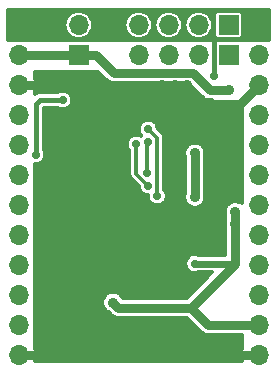
<source format=gbr>
%TF.GenerationSoftware,KiCad,Pcbnew,(5.0.2)-1*%
%TF.CreationDate,2019-02-28T15:11:48+01:00*%
%TF.ProjectId,STM32nano,53544d33-326e-4616-9e6f-2e6b69636164,rev?*%
%TF.SameCoordinates,Original*%
%TF.FileFunction,Copper,L2,Bot*%
%TF.FilePolarity,Positive*%
%FSLAX46Y46*%
G04 Gerber Fmt 4.6, Leading zero omitted, Abs format (unit mm)*
G04 Created by KiCad (PCBNEW (5.0.2)-1) date 28/02/2019 15:11:48*
%MOMM*%
%LPD*%
G01*
G04 APERTURE LIST*
%ADD10O,1.700000X1.700000*%
%ADD11R,1.700000X1.700000*%
%ADD12C,0.900000*%
%ADD13C,0.700000*%
%ADD14C,0.800000*%
%ADD15C,0.600000*%
%ADD16C,0.400000*%
%ADD17C,0.300000*%
G04 APERTURE END LIST*
D10*
X124460000Y-114300000D03*
X124460000Y-111760000D03*
X124460000Y-109220000D03*
X124460000Y-106680000D03*
X124460000Y-104140000D03*
X124460000Y-101600000D03*
X124460000Y-99060000D03*
X124460000Y-96520000D03*
X124460000Y-93980000D03*
X124460000Y-91440000D03*
X124460000Y-88900000D03*
D11*
X124460000Y-86360000D03*
X144780000Y-86360000D03*
D10*
X144780000Y-88900000D03*
X144780000Y-91440000D03*
X144780000Y-93980000D03*
X144780000Y-96520000D03*
X144780000Y-99060000D03*
X144780000Y-101600000D03*
X144780000Y-104140000D03*
X144780000Y-106680000D03*
X144780000Y-109220000D03*
X144780000Y-111760000D03*
X144780000Y-114300000D03*
X134620000Y-88900000D03*
X137160000Y-88900000D03*
X139700000Y-88900000D03*
D11*
X142240000Y-88900000D03*
X142240000Y-86360000D03*
D10*
X139700000Y-86360000D03*
X137160000Y-86360000D03*
X134620000Y-86360000D03*
D11*
X129540000Y-88900000D03*
D10*
X129540000Y-86360000D03*
D12*
X141097000Y-94170500D03*
X142303500Y-94170500D03*
X131960387Y-102162855D03*
X135128000Y-101981000D03*
D13*
X131572000Y-92710000D03*
X132715000Y-94551500D03*
X128905000Y-94551500D03*
X128079500Y-93916500D03*
X127063500Y-106045000D03*
X126873000Y-107950000D03*
X134556500Y-106045000D03*
X138366500Y-108585000D03*
X134683500Y-107188000D03*
X134683500Y-108457996D03*
D12*
X136588500Y-91474010D03*
X138684000Y-91474010D03*
X137668000Y-91474010D03*
X142240000Y-91884500D03*
X142811500Y-102171500D03*
X132461000Y-109855000D03*
D13*
X139382500Y-106553000D03*
D12*
X139382502Y-97218500D03*
X139382500Y-100909044D03*
X142811500Y-103187500D03*
D13*
X128206500Y-92710000D03*
X125920500Y-97345524D03*
X141006756Y-90641238D03*
X135445500Y-95186500D03*
X136207500Y-100838000D03*
X134429500Y-96456500D03*
X135445500Y-99975000D03*
X135364664Y-98904200D03*
X135382000Y-96266004D03*
D14*
X124460000Y-91440000D02*
X127000000Y-91440000D01*
X144780000Y-91440000D02*
X142875000Y-93345000D01*
X124460000Y-114300000D02*
X127635000Y-114300000D01*
X144780000Y-114300000D02*
X142875000Y-114300000D01*
X124460000Y-88900000D02*
X129540000Y-88900000D01*
D15*
X139382500Y-106553000D02*
X142811500Y-106553000D01*
D14*
X142811500Y-102171500D02*
X142811500Y-106553000D01*
X132910999Y-110304999D02*
X132461000Y-109855000D01*
X142811500Y-106553000D02*
X139059501Y-110304999D01*
X139059501Y-110304999D02*
X132910999Y-110304999D01*
X139382500Y-97218502D02*
X139382502Y-97218500D01*
X139382500Y-100909044D02*
X139382500Y-97218502D01*
X140652500Y-91884500D02*
X142240000Y-91884500D01*
X139192000Y-90424000D02*
X140652500Y-91884500D01*
X132514000Y-90424000D02*
X139192000Y-90424000D01*
X129540000Y-88900000D02*
X130990000Y-88900000D01*
X130990000Y-88900000D02*
X132514000Y-90424000D01*
X140514502Y-111760000D02*
X139059501Y-110304999D01*
X144780000Y-111760000D02*
X140514502Y-111760000D01*
D16*
X125920500Y-96850550D02*
X125920500Y-97345524D01*
X125920500Y-93027500D02*
X125920500Y-96850550D01*
X128206500Y-92710000D02*
X126238000Y-92710000D01*
X126238000Y-92710000D02*
X125920500Y-93027500D01*
X141006756Y-90146264D02*
X141006756Y-90641238D01*
X140970002Y-87693502D02*
X140970002Y-90109510D01*
X140970002Y-90109510D02*
X141006756Y-90146264D01*
X140906500Y-87630000D02*
X140970002Y-87693502D01*
D17*
X136209001Y-95950001D02*
X136209001Y-96856001D01*
X136209001Y-96856001D02*
X136207500Y-96857502D01*
X136207500Y-96857502D02*
X136207500Y-100343026D01*
X136207500Y-100343026D02*
X136207500Y-100838000D01*
X135445500Y-95186500D02*
X136209001Y-95950001D01*
X134429500Y-98959000D02*
X135445500Y-99975000D01*
X134429500Y-96456500D02*
X134429500Y-98959000D01*
X135364664Y-98904200D02*
X135364664Y-96283340D01*
X135364664Y-96283340D02*
X135382000Y-96266004D01*
G36*
X131883443Y-90995525D02*
X131910052Y-91027948D01*
X131942475Y-91054557D01*
X131942479Y-91054561D01*
X132020912Y-91118929D01*
X132039481Y-91134168D01*
X132187145Y-91213097D01*
X132347371Y-91261700D01*
X132472251Y-91274000D01*
X132472261Y-91274000D01*
X132513999Y-91278111D01*
X132555737Y-91274000D01*
X138839920Y-91274000D01*
X140021938Y-92456019D01*
X140048552Y-92488448D01*
X140177981Y-92594668D01*
X140325645Y-92673597D01*
X140485871Y-92722200D01*
X140610751Y-92734500D01*
X140610759Y-92734500D01*
X140652500Y-92738611D01*
X140694241Y-92734500D01*
X140822413Y-92734500D01*
X140822882Y-92739264D01*
X140831418Y-92767403D01*
X140845280Y-92793336D01*
X140863934Y-92816066D01*
X140886664Y-92834720D01*
X140912597Y-92848582D01*
X140940736Y-92857118D01*
X140970000Y-92860000D01*
X143360000Y-92860000D01*
X143360000Y-101455575D01*
X143237810Y-101373930D01*
X143074020Y-101306086D01*
X142900142Y-101271500D01*
X142722858Y-101271500D01*
X142548980Y-101306086D01*
X142385190Y-101373930D01*
X142237783Y-101472424D01*
X142112424Y-101597783D01*
X142013930Y-101745190D01*
X141946086Y-101908980D01*
X141911500Y-102082858D01*
X141911500Y-102260142D01*
X141946086Y-102434020D01*
X141961500Y-102471233D01*
X141961500Y-102887767D01*
X141946086Y-102924980D01*
X141911500Y-103098858D01*
X141911500Y-103276142D01*
X141946086Y-103450020D01*
X141961500Y-103487233D01*
X141961501Y-105803000D01*
X139662341Y-105803000D01*
X139615851Y-105783743D01*
X139461293Y-105753000D01*
X139303707Y-105753000D01*
X139149149Y-105783743D01*
X139003558Y-105844049D01*
X138872530Y-105931599D01*
X138761099Y-106043030D01*
X138673549Y-106174058D01*
X138613243Y-106319649D01*
X138582500Y-106474207D01*
X138582500Y-106631793D01*
X138613243Y-106786351D01*
X138673549Y-106931942D01*
X138761099Y-107062970D01*
X138872530Y-107174401D01*
X139003558Y-107261951D01*
X139149149Y-107322257D01*
X139303707Y-107353000D01*
X139461293Y-107353000D01*
X139615851Y-107322257D01*
X139662341Y-107303000D01*
X140859419Y-107303000D01*
X138707421Y-109454999D01*
X133269468Y-109454999D01*
X133258570Y-109428690D01*
X133160076Y-109281283D01*
X133034717Y-109155924D01*
X132887310Y-109057430D01*
X132723520Y-108989586D01*
X132549642Y-108955000D01*
X132372358Y-108955000D01*
X132198480Y-108989586D01*
X132034690Y-109057430D01*
X131887283Y-109155924D01*
X131761924Y-109281283D01*
X131663430Y-109428690D01*
X131595586Y-109592480D01*
X131561000Y-109766358D01*
X131561000Y-109943642D01*
X131595586Y-110117520D01*
X131663430Y-110281310D01*
X131761924Y-110428717D01*
X131887283Y-110554076D01*
X132034690Y-110652570D01*
X132071905Y-110667985D01*
X132280433Y-110876513D01*
X132307051Y-110908947D01*
X132436480Y-111015167D01*
X132584144Y-111094096D01*
X132744370Y-111142699D01*
X132869250Y-111154999D01*
X132869258Y-111154999D01*
X132910999Y-111159110D01*
X132952740Y-111154999D01*
X138707421Y-111154999D01*
X139883940Y-112331519D01*
X139910554Y-112363948D01*
X140039983Y-112470168D01*
X140187647Y-112549097D01*
X140347872Y-112597700D01*
X140363515Y-112599241D01*
X140472753Y-112610000D01*
X140472760Y-112610000D01*
X140514501Y-112614111D01*
X140556242Y-112610000D01*
X143360000Y-112610000D01*
X143360000Y-113798359D01*
X143310381Y-113961939D01*
X143360000Y-114051174D01*
X143360000Y-114548826D01*
X143310381Y-114638061D01*
X143354952Y-114785000D01*
X125885048Y-114785000D01*
X125929619Y-114638061D01*
X125880000Y-114548826D01*
X125880000Y-114051174D01*
X125929619Y-113961939D01*
X125880000Y-113798359D01*
X125880000Y-98145524D01*
X125999293Y-98145524D01*
X126153851Y-98114781D01*
X126299442Y-98054475D01*
X126430470Y-97966925D01*
X126541901Y-97855494D01*
X126629451Y-97724466D01*
X126689757Y-97578875D01*
X126720500Y-97424317D01*
X126720500Y-97266731D01*
X126689757Y-97112173D01*
X126629451Y-96966582D01*
X126570500Y-96878355D01*
X126570500Y-96377707D01*
X133629500Y-96377707D01*
X133629500Y-96535293D01*
X133660243Y-96689851D01*
X133720549Y-96835442D01*
X133808099Y-96966470D01*
X133829500Y-96987871D01*
X133829501Y-98929517D01*
X133826597Y-98959000D01*
X133838182Y-99076620D01*
X133868025Y-99175000D01*
X133872491Y-99189721D01*
X133928205Y-99293955D01*
X134003184Y-99385317D01*
X134026081Y-99404108D01*
X134645500Y-100023528D01*
X134645500Y-100053793D01*
X134676243Y-100208351D01*
X134736549Y-100353942D01*
X134824099Y-100484970D01*
X134935530Y-100596401D01*
X135066558Y-100683951D01*
X135212149Y-100744257D01*
X135366707Y-100775000D01*
X135407500Y-100775000D01*
X135407500Y-100916793D01*
X135438243Y-101071351D01*
X135498549Y-101216942D01*
X135586099Y-101347970D01*
X135697530Y-101459401D01*
X135828558Y-101546951D01*
X135974149Y-101607257D01*
X136128707Y-101638000D01*
X136286293Y-101638000D01*
X136440851Y-101607257D01*
X136586442Y-101546951D01*
X136717470Y-101459401D01*
X136828901Y-101347970D01*
X136916451Y-101216942D01*
X136976757Y-101071351D01*
X137007500Y-100916793D01*
X137007500Y-100820402D01*
X138482500Y-100820402D01*
X138482500Y-100997686D01*
X138517086Y-101171564D01*
X138584930Y-101335354D01*
X138683424Y-101482761D01*
X138808783Y-101608120D01*
X138956190Y-101706614D01*
X139119980Y-101774458D01*
X139293858Y-101809044D01*
X139471142Y-101809044D01*
X139645020Y-101774458D01*
X139808810Y-101706614D01*
X139956217Y-101608120D01*
X140081576Y-101482761D01*
X140180070Y-101335354D01*
X140247914Y-101171564D01*
X140282500Y-100997686D01*
X140282500Y-100820402D01*
X140247914Y-100646524D01*
X140232500Y-100609311D01*
X140232500Y-97518238D01*
X140247916Y-97481020D01*
X140282502Y-97307142D01*
X140282502Y-97129858D01*
X140247916Y-96955980D01*
X140180072Y-96792190D01*
X140081578Y-96644783D01*
X139956219Y-96519424D01*
X139808812Y-96420930D01*
X139645022Y-96353086D01*
X139471144Y-96318500D01*
X139293860Y-96318500D01*
X139119982Y-96353086D01*
X138956192Y-96420930D01*
X138808785Y-96519424D01*
X138683426Y-96644783D01*
X138584932Y-96792190D01*
X138517088Y-96955980D01*
X138482502Y-97129858D01*
X138482502Y-97307142D01*
X138517088Y-97481020D01*
X138532501Y-97518230D01*
X138532500Y-100609311D01*
X138517086Y-100646524D01*
X138482500Y-100820402D01*
X137007500Y-100820402D01*
X137007500Y-100759207D01*
X136976757Y-100604649D01*
X136916451Y-100459058D01*
X136828901Y-100328030D01*
X136807500Y-100306629D01*
X136807500Y-96900714D01*
X136809001Y-96885475D01*
X136811904Y-96856001D01*
X136809001Y-96826527D01*
X136809001Y-95979466D01*
X136811903Y-95950000D01*
X136809001Y-95920534D01*
X136809001Y-95920527D01*
X136800319Y-95832380D01*
X136796837Y-95820899D01*
X136785050Y-95782044D01*
X136766011Y-95719280D01*
X136710297Y-95615046D01*
X136635318Y-95523684D01*
X136612426Y-95504898D01*
X136245500Y-95137972D01*
X136245500Y-95107707D01*
X136214757Y-94953149D01*
X136154451Y-94807558D01*
X136066901Y-94676530D01*
X135955470Y-94565099D01*
X135824442Y-94477549D01*
X135678851Y-94417243D01*
X135524293Y-94386500D01*
X135366707Y-94386500D01*
X135212149Y-94417243D01*
X135066558Y-94477549D01*
X134935530Y-94565099D01*
X134824099Y-94676530D01*
X134736549Y-94807558D01*
X134676243Y-94953149D01*
X134645500Y-95107707D01*
X134645500Y-95265293D01*
X134676243Y-95419851D01*
X134736549Y-95565442D01*
X134822522Y-95694111D01*
X134780612Y-95736021D01*
X134662851Y-95687243D01*
X134508293Y-95656500D01*
X134350707Y-95656500D01*
X134196149Y-95687243D01*
X134050558Y-95747549D01*
X133919530Y-95835099D01*
X133808099Y-95946530D01*
X133720549Y-96077558D01*
X133660243Y-96223149D01*
X133629500Y-96377707D01*
X126570500Y-96377707D01*
X126570500Y-93360000D01*
X127739331Y-93360000D01*
X127827558Y-93418951D01*
X127973149Y-93479257D01*
X128127707Y-93510000D01*
X128285293Y-93510000D01*
X128439851Y-93479257D01*
X128585442Y-93418951D01*
X128716470Y-93331401D01*
X128827901Y-93219970D01*
X128915451Y-93088942D01*
X128975757Y-92943351D01*
X129006500Y-92788793D01*
X129006500Y-92631207D01*
X128975757Y-92476649D01*
X128915451Y-92331058D01*
X128827901Y-92200030D01*
X128716470Y-92088599D01*
X128585442Y-92001049D01*
X128439851Y-91940743D01*
X128285293Y-91910000D01*
X128127707Y-91910000D01*
X127973149Y-91940743D01*
X127827558Y-92001049D01*
X127739331Y-92060000D01*
X126269924Y-92060000D01*
X126238000Y-92056856D01*
X126206076Y-92060000D01*
X126206068Y-92060000D01*
X126110578Y-92069405D01*
X125988052Y-92106573D01*
X125880000Y-92164328D01*
X125880000Y-91941641D01*
X125929619Y-91778061D01*
X125880000Y-91688826D01*
X125880000Y-91191174D01*
X125929619Y-91101939D01*
X125880000Y-90938359D01*
X125880000Y-90320000D01*
X131207919Y-90320000D01*
X131883443Y-90995525D01*
X131883443Y-90995525D01*
G37*
X131883443Y-90995525D02*
X131910052Y-91027948D01*
X131942475Y-91054557D01*
X131942479Y-91054561D01*
X132020912Y-91118929D01*
X132039481Y-91134168D01*
X132187145Y-91213097D01*
X132347371Y-91261700D01*
X132472251Y-91274000D01*
X132472261Y-91274000D01*
X132513999Y-91278111D01*
X132555737Y-91274000D01*
X138839920Y-91274000D01*
X140021938Y-92456019D01*
X140048552Y-92488448D01*
X140177981Y-92594668D01*
X140325645Y-92673597D01*
X140485871Y-92722200D01*
X140610751Y-92734500D01*
X140610759Y-92734500D01*
X140652500Y-92738611D01*
X140694241Y-92734500D01*
X140822413Y-92734500D01*
X140822882Y-92739264D01*
X140831418Y-92767403D01*
X140845280Y-92793336D01*
X140863934Y-92816066D01*
X140886664Y-92834720D01*
X140912597Y-92848582D01*
X140940736Y-92857118D01*
X140970000Y-92860000D01*
X143360000Y-92860000D01*
X143360000Y-101455575D01*
X143237810Y-101373930D01*
X143074020Y-101306086D01*
X142900142Y-101271500D01*
X142722858Y-101271500D01*
X142548980Y-101306086D01*
X142385190Y-101373930D01*
X142237783Y-101472424D01*
X142112424Y-101597783D01*
X142013930Y-101745190D01*
X141946086Y-101908980D01*
X141911500Y-102082858D01*
X141911500Y-102260142D01*
X141946086Y-102434020D01*
X141961500Y-102471233D01*
X141961500Y-102887767D01*
X141946086Y-102924980D01*
X141911500Y-103098858D01*
X141911500Y-103276142D01*
X141946086Y-103450020D01*
X141961500Y-103487233D01*
X141961501Y-105803000D01*
X139662341Y-105803000D01*
X139615851Y-105783743D01*
X139461293Y-105753000D01*
X139303707Y-105753000D01*
X139149149Y-105783743D01*
X139003558Y-105844049D01*
X138872530Y-105931599D01*
X138761099Y-106043030D01*
X138673549Y-106174058D01*
X138613243Y-106319649D01*
X138582500Y-106474207D01*
X138582500Y-106631793D01*
X138613243Y-106786351D01*
X138673549Y-106931942D01*
X138761099Y-107062970D01*
X138872530Y-107174401D01*
X139003558Y-107261951D01*
X139149149Y-107322257D01*
X139303707Y-107353000D01*
X139461293Y-107353000D01*
X139615851Y-107322257D01*
X139662341Y-107303000D01*
X140859419Y-107303000D01*
X138707421Y-109454999D01*
X133269468Y-109454999D01*
X133258570Y-109428690D01*
X133160076Y-109281283D01*
X133034717Y-109155924D01*
X132887310Y-109057430D01*
X132723520Y-108989586D01*
X132549642Y-108955000D01*
X132372358Y-108955000D01*
X132198480Y-108989586D01*
X132034690Y-109057430D01*
X131887283Y-109155924D01*
X131761924Y-109281283D01*
X131663430Y-109428690D01*
X131595586Y-109592480D01*
X131561000Y-109766358D01*
X131561000Y-109943642D01*
X131595586Y-110117520D01*
X131663430Y-110281310D01*
X131761924Y-110428717D01*
X131887283Y-110554076D01*
X132034690Y-110652570D01*
X132071905Y-110667985D01*
X132280433Y-110876513D01*
X132307051Y-110908947D01*
X132436480Y-111015167D01*
X132584144Y-111094096D01*
X132744370Y-111142699D01*
X132869250Y-111154999D01*
X132869258Y-111154999D01*
X132910999Y-111159110D01*
X132952740Y-111154999D01*
X138707421Y-111154999D01*
X139883940Y-112331519D01*
X139910554Y-112363948D01*
X140039983Y-112470168D01*
X140187647Y-112549097D01*
X140347872Y-112597700D01*
X140363515Y-112599241D01*
X140472753Y-112610000D01*
X140472760Y-112610000D01*
X140514501Y-112614111D01*
X140556242Y-112610000D01*
X143360000Y-112610000D01*
X143360000Y-113798359D01*
X143310381Y-113961939D01*
X143360000Y-114051174D01*
X143360000Y-114548826D01*
X143310381Y-114638061D01*
X143354952Y-114785000D01*
X125885048Y-114785000D01*
X125929619Y-114638061D01*
X125880000Y-114548826D01*
X125880000Y-114051174D01*
X125929619Y-113961939D01*
X125880000Y-113798359D01*
X125880000Y-98145524D01*
X125999293Y-98145524D01*
X126153851Y-98114781D01*
X126299442Y-98054475D01*
X126430470Y-97966925D01*
X126541901Y-97855494D01*
X126629451Y-97724466D01*
X126689757Y-97578875D01*
X126720500Y-97424317D01*
X126720500Y-97266731D01*
X126689757Y-97112173D01*
X126629451Y-96966582D01*
X126570500Y-96878355D01*
X126570500Y-96377707D01*
X133629500Y-96377707D01*
X133629500Y-96535293D01*
X133660243Y-96689851D01*
X133720549Y-96835442D01*
X133808099Y-96966470D01*
X133829500Y-96987871D01*
X133829501Y-98929517D01*
X133826597Y-98959000D01*
X133838182Y-99076620D01*
X133868025Y-99175000D01*
X133872491Y-99189721D01*
X133928205Y-99293955D01*
X134003184Y-99385317D01*
X134026081Y-99404108D01*
X134645500Y-100023528D01*
X134645500Y-100053793D01*
X134676243Y-100208351D01*
X134736549Y-100353942D01*
X134824099Y-100484970D01*
X134935530Y-100596401D01*
X135066558Y-100683951D01*
X135212149Y-100744257D01*
X135366707Y-100775000D01*
X135407500Y-100775000D01*
X135407500Y-100916793D01*
X135438243Y-101071351D01*
X135498549Y-101216942D01*
X135586099Y-101347970D01*
X135697530Y-101459401D01*
X135828558Y-101546951D01*
X135974149Y-101607257D01*
X136128707Y-101638000D01*
X136286293Y-101638000D01*
X136440851Y-101607257D01*
X136586442Y-101546951D01*
X136717470Y-101459401D01*
X136828901Y-101347970D01*
X136916451Y-101216942D01*
X136976757Y-101071351D01*
X137007500Y-100916793D01*
X137007500Y-100820402D01*
X138482500Y-100820402D01*
X138482500Y-100997686D01*
X138517086Y-101171564D01*
X138584930Y-101335354D01*
X138683424Y-101482761D01*
X138808783Y-101608120D01*
X138956190Y-101706614D01*
X139119980Y-101774458D01*
X139293858Y-101809044D01*
X139471142Y-101809044D01*
X139645020Y-101774458D01*
X139808810Y-101706614D01*
X139956217Y-101608120D01*
X140081576Y-101482761D01*
X140180070Y-101335354D01*
X140247914Y-101171564D01*
X140282500Y-100997686D01*
X140282500Y-100820402D01*
X140247914Y-100646524D01*
X140232500Y-100609311D01*
X140232500Y-97518238D01*
X140247916Y-97481020D01*
X140282502Y-97307142D01*
X140282502Y-97129858D01*
X140247916Y-96955980D01*
X140180072Y-96792190D01*
X140081578Y-96644783D01*
X139956219Y-96519424D01*
X139808812Y-96420930D01*
X139645022Y-96353086D01*
X139471144Y-96318500D01*
X139293860Y-96318500D01*
X139119982Y-96353086D01*
X138956192Y-96420930D01*
X138808785Y-96519424D01*
X138683426Y-96644783D01*
X138584932Y-96792190D01*
X138517088Y-96955980D01*
X138482502Y-97129858D01*
X138482502Y-97307142D01*
X138517088Y-97481020D01*
X138532501Y-97518230D01*
X138532500Y-100609311D01*
X138517086Y-100646524D01*
X138482500Y-100820402D01*
X137007500Y-100820402D01*
X137007500Y-100759207D01*
X136976757Y-100604649D01*
X136916451Y-100459058D01*
X136828901Y-100328030D01*
X136807500Y-100306629D01*
X136807500Y-96900714D01*
X136809001Y-96885475D01*
X136811904Y-96856001D01*
X136809001Y-96826527D01*
X136809001Y-95979466D01*
X136811903Y-95950000D01*
X136809001Y-95920534D01*
X136809001Y-95920527D01*
X136800319Y-95832380D01*
X136796837Y-95820899D01*
X136785050Y-95782044D01*
X136766011Y-95719280D01*
X136710297Y-95615046D01*
X136635318Y-95523684D01*
X136612426Y-95504898D01*
X136245500Y-95137972D01*
X136245500Y-95107707D01*
X136214757Y-94953149D01*
X136154451Y-94807558D01*
X136066901Y-94676530D01*
X135955470Y-94565099D01*
X135824442Y-94477549D01*
X135678851Y-94417243D01*
X135524293Y-94386500D01*
X135366707Y-94386500D01*
X135212149Y-94417243D01*
X135066558Y-94477549D01*
X134935530Y-94565099D01*
X134824099Y-94676530D01*
X134736549Y-94807558D01*
X134676243Y-94953149D01*
X134645500Y-95107707D01*
X134645500Y-95265293D01*
X134676243Y-95419851D01*
X134736549Y-95565442D01*
X134822522Y-95694111D01*
X134780612Y-95736021D01*
X134662851Y-95687243D01*
X134508293Y-95656500D01*
X134350707Y-95656500D01*
X134196149Y-95687243D01*
X134050558Y-95747549D01*
X133919530Y-95835099D01*
X133808099Y-95946530D01*
X133720549Y-96077558D01*
X133660243Y-96223149D01*
X133629500Y-96377707D01*
X126570500Y-96377707D01*
X126570500Y-93360000D01*
X127739331Y-93360000D01*
X127827558Y-93418951D01*
X127973149Y-93479257D01*
X128127707Y-93510000D01*
X128285293Y-93510000D01*
X128439851Y-93479257D01*
X128585442Y-93418951D01*
X128716470Y-93331401D01*
X128827901Y-93219970D01*
X128915451Y-93088942D01*
X128975757Y-92943351D01*
X129006500Y-92788793D01*
X129006500Y-92631207D01*
X128975757Y-92476649D01*
X128915451Y-92331058D01*
X128827901Y-92200030D01*
X128716470Y-92088599D01*
X128585442Y-92001049D01*
X128439851Y-91940743D01*
X128285293Y-91910000D01*
X128127707Y-91910000D01*
X127973149Y-91940743D01*
X127827558Y-92001049D01*
X127739331Y-92060000D01*
X126269924Y-92060000D01*
X126238000Y-92056856D01*
X126206076Y-92060000D01*
X126206068Y-92060000D01*
X126110578Y-92069405D01*
X125988052Y-92106573D01*
X125880000Y-92164328D01*
X125880000Y-91941641D01*
X125929619Y-91778061D01*
X125880000Y-91688826D01*
X125880000Y-91191174D01*
X125929619Y-91101939D01*
X125880000Y-90938359D01*
X125880000Y-90320000D01*
X131207919Y-90320000D01*
X131883443Y-90995525D01*
G36*
X145646000Y-87607000D02*
X123594000Y-87607000D01*
X123594000Y-86360000D01*
X128334194Y-86360000D01*
X128357363Y-86595241D01*
X128425981Y-86821442D01*
X128537409Y-87029910D01*
X128687366Y-87212634D01*
X128870090Y-87362591D01*
X129078558Y-87474019D01*
X129304759Y-87542637D01*
X129481050Y-87560000D01*
X129598950Y-87560000D01*
X129775241Y-87542637D01*
X130001442Y-87474019D01*
X130209910Y-87362591D01*
X130392634Y-87212634D01*
X130542591Y-87029910D01*
X130654019Y-86821442D01*
X130722637Y-86595241D01*
X130745806Y-86360000D01*
X133414194Y-86360000D01*
X133437363Y-86595241D01*
X133505981Y-86821442D01*
X133617409Y-87029910D01*
X133767366Y-87212634D01*
X133950090Y-87362591D01*
X134158558Y-87474019D01*
X134384759Y-87542637D01*
X134561050Y-87560000D01*
X134678950Y-87560000D01*
X134855241Y-87542637D01*
X135081442Y-87474019D01*
X135289910Y-87362591D01*
X135472634Y-87212634D01*
X135622591Y-87029910D01*
X135734019Y-86821442D01*
X135802637Y-86595241D01*
X135825806Y-86360000D01*
X135954194Y-86360000D01*
X135977363Y-86595241D01*
X136045981Y-86821442D01*
X136157409Y-87029910D01*
X136307366Y-87212634D01*
X136490090Y-87362591D01*
X136698558Y-87474019D01*
X136924759Y-87542637D01*
X137101050Y-87560000D01*
X137218950Y-87560000D01*
X137395241Y-87542637D01*
X137621442Y-87474019D01*
X137829910Y-87362591D01*
X138012634Y-87212634D01*
X138162591Y-87029910D01*
X138274019Y-86821442D01*
X138342637Y-86595241D01*
X138365806Y-86360000D01*
X138494194Y-86360000D01*
X138517363Y-86595241D01*
X138585981Y-86821442D01*
X138697409Y-87029910D01*
X138847366Y-87212634D01*
X139030090Y-87362591D01*
X139238558Y-87474019D01*
X139464759Y-87542637D01*
X139641050Y-87560000D01*
X139758950Y-87560000D01*
X139935241Y-87542637D01*
X140161442Y-87474019D01*
X140369910Y-87362591D01*
X140552634Y-87212634D01*
X140702591Y-87029910D01*
X140814019Y-86821442D01*
X140882637Y-86595241D01*
X140905806Y-86360000D01*
X140882637Y-86124759D01*
X140814019Y-85898558D01*
X140702591Y-85690090D01*
X140554796Y-85510000D01*
X141038307Y-85510000D01*
X141038307Y-87210000D01*
X141045065Y-87278612D01*
X141065078Y-87344587D01*
X141097578Y-87405390D01*
X141141315Y-87458685D01*
X141194610Y-87502422D01*
X141255413Y-87534922D01*
X141321388Y-87554935D01*
X141390000Y-87561693D01*
X143090000Y-87561693D01*
X143158612Y-87554935D01*
X143224587Y-87534922D01*
X143285390Y-87502422D01*
X143338685Y-87458685D01*
X143382422Y-87405390D01*
X143414922Y-87344587D01*
X143434935Y-87278612D01*
X143441693Y-87210000D01*
X143441693Y-85510000D01*
X143434935Y-85441388D01*
X143414922Y-85375413D01*
X143382422Y-85314610D01*
X143338685Y-85261315D01*
X143285390Y-85217578D01*
X143224587Y-85185078D01*
X143158612Y-85165065D01*
X143090000Y-85158307D01*
X141390000Y-85158307D01*
X141321388Y-85165065D01*
X141255413Y-85185078D01*
X141194610Y-85217578D01*
X141141315Y-85261315D01*
X141097578Y-85314610D01*
X141065078Y-85375413D01*
X141045065Y-85441388D01*
X141038307Y-85510000D01*
X140554796Y-85510000D01*
X140552634Y-85507366D01*
X140369910Y-85357409D01*
X140161442Y-85245981D01*
X139935241Y-85177363D01*
X139758950Y-85160000D01*
X139641050Y-85160000D01*
X139464759Y-85177363D01*
X139238558Y-85245981D01*
X139030090Y-85357409D01*
X138847366Y-85507366D01*
X138697409Y-85690090D01*
X138585981Y-85898558D01*
X138517363Y-86124759D01*
X138494194Y-86360000D01*
X138365806Y-86360000D01*
X138342637Y-86124759D01*
X138274019Y-85898558D01*
X138162591Y-85690090D01*
X138012634Y-85507366D01*
X137829910Y-85357409D01*
X137621442Y-85245981D01*
X137395241Y-85177363D01*
X137218950Y-85160000D01*
X137101050Y-85160000D01*
X136924759Y-85177363D01*
X136698558Y-85245981D01*
X136490090Y-85357409D01*
X136307366Y-85507366D01*
X136157409Y-85690090D01*
X136045981Y-85898558D01*
X135977363Y-86124759D01*
X135954194Y-86360000D01*
X135825806Y-86360000D01*
X135802637Y-86124759D01*
X135734019Y-85898558D01*
X135622591Y-85690090D01*
X135472634Y-85507366D01*
X135289910Y-85357409D01*
X135081442Y-85245981D01*
X134855241Y-85177363D01*
X134678950Y-85160000D01*
X134561050Y-85160000D01*
X134384759Y-85177363D01*
X134158558Y-85245981D01*
X133950090Y-85357409D01*
X133767366Y-85507366D01*
X133617409Y-85690090D01*
X133505981Y-85898558D01*
X133437363Y-86124759D01*
X133414194Y-86360000D01*
X130745806Y-86360000D01*
X130722637Y-86124759D01*
X130654019Y-85898558D01*
X130542591Y-85690090D01*
X130392634Y-85507366D01*
X130209910Y-85357409D01*
X130001442Y-85245981D01*
X129775241Y-85177363D01*
X129598950Y-85160000D01*
X129481050Y-85160000D01*
X129304759Y-85177363D01*
X129078558Y-85245981D01*
X128870090Y-85357409D01*
X128687366Y-85507366D01*
X128537409Y-85690090D01*
X128425981Y-85898558D01*
X128357363Y-86124759D01*
X128334194Y-86360000D01*
X123594000Y-86360000D01*
X123594000Y-85113000D01*
X145646000Y-85113000D01*
X145646000Y-87607000D01*
X145646000Y-87607000D01*
G37*
X145646000Y-87607000D02*
X123594000Y-87607000D01*
X123594000Y-86360000D01*
X128334194Y-86360000D01*
X128357363Y-86595241D01*
X128425981Y-86821442D01*
X128537409Y-87029910D01*
X128687366Y-87212634D01*
X128870090Y-87362591D01*
X129078558Y-87474019D01*
X129304759Y-87542637D01*
X129481050Y-87560000D01*
X129598950Y-87560000D01*
X129775241Y-87542637D01*
X130001442Y-87474019D01*
X130209910Y-87362591D01*
X130392634Y-87212634D01*
X130542591Y-87029910D01*
X130654019Y-86821442D01*
X130722637Y-86595241D01*
X130745806Y-86360000D01*
X133414194Y-86360000D01*
X133437363Y-86595241D01*
X133505981Y-86821442D01*
X133617409Y-87029910D01*
X133767366Y-87212634D01*
X133950090Y-87362591D01*
X134158558Y-87474019D01*
X134384759Y-87542637D01*
X134561050Y-87560000D01*
X134678950Y-87560000D01*
X134855241Y-87542637D01*
X135081442Y-87474019D01*
X135289910Y-87362591D01*
X135472634Y-87212634D01*
X135622591Y-87029910D01*
X135734019Y-86821442D01*
X135802637Y-86595241D01*
X135825806Y-86360000D01*
X135954194Y-86360000D01*
X135977363Y-86595241D01*
X136045981Y-86821442D01*
X136157409Y-87029910D01*
X136307366Y-87212634D01*
X136490090Y-87362591D01*
X136698558Y-87474019D01*
X136924759Y-87542637D01*
X137101050Y-87560000D01*
X137218950Y-87560000D01*
X137395241Y-87542637D01*
X137621442Y-87474019D01*
X137829910Y-87362591D01*
X138012634Y-87212634D01*
X138162591Y-87029910D01*
X138274019Y-86821442D01*
X138342637Y-86595241D01*
X138365806Y-86360000D01*
X138494194Y-86360000D01*
X138517363Y-86595241D01*
X138585981Y-86821442D01*
X138697409Y-87029910D01*
X138847366Y-87212634D01*
X139030090Y-87362591D01*
X139238558Y-87474019D01*
X139464759Y-87542637D01*
X139641050Y-87560000D01*
X139758950Y-87560000D01*
X139935241Y-87542637D01*
X140161442Y-87474019D01*
X140369910Y-87362591D01*
X140552634Y-87212634D01*
X140702591Y-87029910D01*
X140814019Y-86821442D01*
X140882637Y-86595241D01*
X140905806Y-86360000D01*
X140882637Y-86124759D01*
X140814019Y-85898558D01*
X140702591Y-85690090D01*
X140554796Y-85510000D01*
X141038307Y-85510000D01*
X141038307Y-87210000D01*
X141045065Y-87278612D01*
X141065078Y-87344587D01*
X141097578Y-87405390D01*
X141141315Y-87458685D01*
X141194610Y-87502422D01*
X141255413Y-87534922D01*
X141321388Y-87554935D01*
X141390000Y-87561693D01*
X143090000Y-87561693D01*
X143158612Y-87554935D01*
X143224587Y-87534922D01*
X143285390Y-87502422D01*
X143338685Y-87458685D01*
X143382422Y-87405390D01*
X143414922Y-87344587D01*
X143434935Y-87278612D01*
X143441693Y-87210000D01*
X143441693Y-85510000D01*
X143434935Y-85441388D01*
X143414922Y-85375413D01*
X143382422Y-85314610D01*
X143338685Y-85261315D01*
X143285390Y-85217578D01*
X143224587Y-85185078D01*
X143158612Y-85165065D01*
X143090000Y-85158307D01*
X141390000Y-85158307D01*
X141321388Y-85165065D01*
X141255413Y-85185078D01*
X141194610Y-85217578D01*
X141141315Y-85261315D01*
X141097578Y-85314610D01*
X141065078Y-85375413D01*
X141045065Y-85441388D01*
X141038307Y-85510000D01*
X140554796Y-85510000D01*
X140552634Y-85507366D01*
X140369910Y-85357409D01*
X140161442Y-85245981D01*
X139935241Y-85177363D01*
X139758950Y-85160000D01*
X139641050Y-85160000D01*
X139464759Y-85177363D01*
X139238558Y-85245981D01*
X139030090Y-85357409D01*
X138847366Y-85507366D01*
X138697409Y-85690090D01*
X138585981Y-85898558D01*
X138517363Y-86124759D01*
X138494194Y-86360000D01*
X138365806Y-86360000D01*
X138342637Y-86124759D01*
X138274019Y-85898558D01*
X138162591Y-85690090D01*
X138012634Y-85507366D01*
X137829910Y-85357409D01*
X137621442Y-85245981D01*
X137395241Y-85177363D01*
X137218950Y-85160000D01*
X137101050Y-85160000D01*
X136924759Y-85177363D01*
X136698558Y-85245981D01*
X136490090Y-85357409D01*
X136307366Y-85507366D01*
X136157409Y-85690090D01*
X136045981Y-85898558D01*
X135977363Y-86124759D01*
X135954194Y-86360000D01*
X135825806Y-86360000D01*
X135802637Y-86124759D01*
X135734019Y-85898558D01*
X135622591Y-85690090D01*
X135472634Y-85507366D01*
X135289910Y-85357409D01*
X135081442Y-85245981D01*
X134855241Y-85177363D01*
X134678950Y-85160000D01*
X134561050Y-85160000D01*
X134384759Y-85177363D01*
X134158558Y-85245981D01*
X133950090Y-85357409D01*
X133767366Y-85507366D01*
X133617409Y-85690090D01*
X133505981Y-85898558D01*
X133437363Y-86124759D01*
X133414194Y-86360000D01*
X130745806Y-86360000D01*
X130722637Y-86124759D01*
X130654019Y-85898558D01*
X130542591Y-85690090D01*
X130392634Y-85507366D01*
X130209910Y-85357409D01*
X130001442Y-85245981D01*
X129775241Y-85177363D01*
X129598950Y-85160000D01*
X129481050Y-85160000D01*
X129304759Y-85177363D01*
X129078558Y-85245981D01*
X128870090Y-85357409D01*
X128687366Y-85507366D01*
X128537409Y-85690090D01*
X128425981Y-85898558D01*
X128357363Y-86124759D01*
X128334194Y-86360000D01*
X123594000Y-86360000D01*
X123594000Y-85113000D01*
X145646000Y-85113000D01*
X145646000Y-87607000D01*
M02*

</source>
